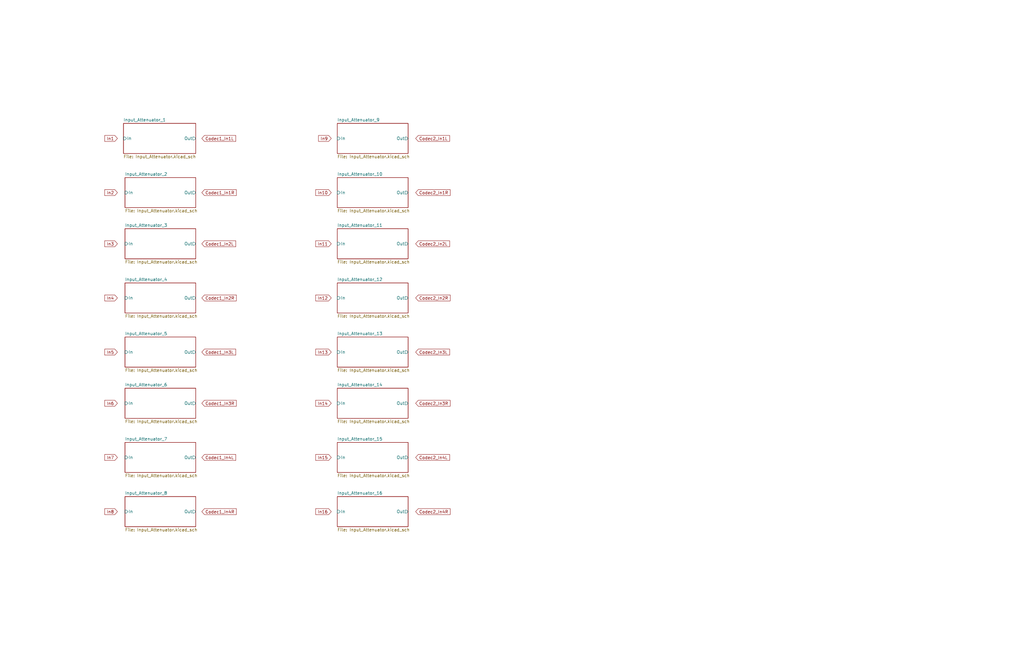
<source format=kicad_sch>
(kicad_sch
	(version 20231120)
	(generator "eeschema")
	(generator_version "8.0")
	(uuid "331c778c-80c9-4404-b1f3-29755442683d")
	(paper "USLedger")
	(title_block
		(company "Decapod Devices")
	)
	(lib_symbols)
	(global_label "Codec2_In2L"
		(shape input)
		(at 175.26 102.87 0)
		(fields_autoplaced yes)
		(effects
			(font
				(size 1.27 1.27)
			)
			(justify left)
		)
		(uuid "0a9b2ae6-a10a-4588-8688-5a664050688c")
		(property "Intersheetrefs" "${INTERSHEET_REFS}"
			(at 190.1589 102.87 0)
			(effects
				(font
					(size 1.27 1.27)
				)
				(justify left)
				(hide yes)
			)
		)
	)
	(global_label "In2"
		(shape input)
		(at 49.53 81.28 180)
		(fields_autoplaced yes)
		(effects
			(font
				(size 1.27 1.27)
			)
			(justify right)
		)
		(uuid "23ba264f-c5d8-4289-9beb-3bb0c27229b5")
		(property "Intersheetrefs" "${INTERSHEET_REFS}"
			(at 43.5815 81.28 0)
			(effects
				(font
					(size 1.27 1.27)
				)
				(justify right)
				(hide yes)
			)
		)
	)
	(global_label "Codec1_In3L"
		(shape input)
		(at 85.09 148.59 0)
		(fields_autoplaced yes)
		(effects
			(font
				(size 1.27 1.27)
			)
			(justify left)
		)
		(uuid "2794201d-a64a-46da-a11e-f4d12d3a43a4")
		(property "Intersheetrefs" "${INTERSHEET_REFS}"
			(at 99.9889 148.59 0)
			(effects
				(font
					(size 1.27 1.27)
				)
				(justify left)
				(hide yes)
			)
		)
	)
	(global_label "Codec1_In2R"
		(shape input)
		(at 85.09 125.73 0)
		(fields_autoplaced yes)
		(effects
			(font
				(size 1.27 1.27)
			)
			(justify left)
		)
		(uuid "3171c89d-e483-41f1-9f6f-e3db634591b0")
		(property "Intersheetrefs" "${INTERSHEET_REFS}"
			(at 100.2308 125.73 0)
			(effects
				(font
					(size 1.27 1.27)
				)
				(justify left)
				(hide yes)
			)
		)
	)
	(global_label "Codec1_In1L"
		(shape input)
		(at 85.09 58.42 0)
		(fields_autoplaced yes)
		(effects
			(font
				(size 1.27 1.27)
			)
			(justify left)
		)
		(uuid "383a6c57-7650-41d9-82ad-acd559667a70")
		(property "Intersheetrefs" "${INTERSHEET_REFS}"
			(at 99.9889 58.42 0)
			(effects
				(font
					(size 1.27 1.27)
				)
				(justify left)
				(hide yes)
			)
		)
	)
	(global_label "In11"
		(shape input)
		(at 139.7 102.87 180)
		(fields_autoplaced yes)
		(effects
			(font
				(size 1.27 1.27)
			)
			(justify right)
		)
		(uuid "42ca1514-3db4-4f9b-99c2-1a96cac48eaf")
		(property "Intersheetrefs" "${INTERSHEET_REFS}"
			(at 132.542 102.87 0)
			(effects
				(font
					(size 1.27 1.27)
				)
				(justify right)
				(hide yes)
			)
		)
	)
	(global_label "Codec2_In3L"
		(shape input)
		(at 175.26 148.59 0)
		(fields_autoplaced yes)
		(effects
			(font
				(size 1.27 1.27)
			)
			(justify left)
		)
		(uuid "6fe5a4cc-8f27-4a5d-abb7-93a2fe2cdf96")
		(property "Intersheetrefs" "${INTERSHEET_REFS}"
			(at 190.1589 148.59 0)
			(effects
				(font
					(size 1.27 1.27)
				)
				(justify left)
				(hide yes)
			)
		)
	)
	(global_label "In3"
		(shape input)
		(at 49.53 102.87 180)
		(fields_autoplaced yes)
		(effects
			(font
				(size 1.27 1.27)
			)
			(justify right)
		)
		(uuid "6fe790a3-cf72-40b2-9b10-3cd6229dace2")
		(property "Intersheetrefs" "${INTERSHEET_REFS}"
			(at 43.5815 102.87 0)
			(effects
				(font
					(size 1.27 1.27)
				)
				(justify right)
				(hide yes)
			)
		)
	)
	(global_label "In10"
		(shape input)
		(at 139.7 81.28 180)
		(fields_autoplaced yes)
		(effects
			(font
				(size 1.27 1.27)
			)
			(justify right)
		)
		(uuid "741df3dc-0b9f-438d-ade2-9a960d58733c")
		(property "Intersheetrefs" "${INTERSHEET_REFS}"
			(at 132.542 81.28 0)
			(effects
				(font
					(size 1.27 1.27)
				)
				(justify right)
				(hide yes)
			)
		)
	)
	(global_label "In5"
		(shape input)
		(at 49.53 148.59 180)
		(fields_autoplaced yes)
		(effects
			(font
				(size 1.27 1.27)
			)
			(justify right)
		)
		(uuid "783e699d-fa6f-46d0-aea8-db6702a0856c")
		(property "Intersheetrefs" "${INTERSHEET_REFS}"
			(at 43.5815 148.59 0)
			(effects
				(font
					(size 1.27 1.27)
				)
				(justify right)
				(hide yes)
			)
		)
	)
	(global_label "Codec2_In3R"
		(shape input)
		(at 175.26 170.18 0)
		(fields_autoplaced yes)
		(effects
			(font
				(size 1.27 1.27)
			)
			(justify left)
		)
		(uuid "7ad7c785-7da8-44b9-8b4b-bf7553976fcf")
		(property "Intersheetrefs" "${INTERSHEET_REFS}"
			(at 190.4008 170.18 0)
			(effects
				(font
					(size 1.27 1.27)
				)
				(justify left)
				(hide yes)
			)
		)
	)
	(global_label "In7"
		(shape input)
		(at 49.53 193.04 180)
		(fields_autoplaced yes)
		(effects
			(font
				(size 1.27 1.27)
			)
			(justify right)
		)
		(uuid "8160816e-f31e-4754-8fbc-dfb0e0b2783d")
		(property "Intersheetrefs" "${INTERSHEET_REFS}"
			(at 43.5815 193.04 0)
			(effects
				(font
					(size 1.27 1.27)
				)
				(justify right)
				(hide yes)
			)
		)
	)
	(global_label "In15"
		(shape input)
		(at 139.7 193.04 180)
		(fields_autoplaced yes)
		(effects
			(font
				(size 1.27 1.27)
			)
			(justify right)
		)
		(uuid "917da239-fa55-4a7f-a1aa-a0952a557fb3")
		(property "Intersheetrefs" "${INTERSHEET_REFS}"
			(at 132.542 193.04 0)
			(effects
				(font
					(size 1.27 1.27)
				)
				(justify right)
				(hide yes)
			)
		)
	)
	(global_label "Codec1_In4L"
		(shape input)
		(at 85.09 193.04 0)
		(fields_autoplaced yes)
		(effects
			(font
				(size 1.27 1.27)
			)
			(justify left)
		)
		(uuid "9750aa90-37c4-41d9-9839-88333337ad59")
		(property "Intersheetrefs" "${INTERSHEET_REFS}"
			(at 99.9889 193.04 0)
			(effects
				(font
					(size 1.27 1.27)
				)
				(justify left)
				(hide yes)
			)
		)
	)
	(global_label "Codec1_In4R"
		(shape input)
		(at 85.09 215.9 0)
		(fields_autoplaced yes)
		(effects
			(font
				(size 1.27 1.27)
			)
			(justify left)
		)
		(uuid "98044915-794f-4fed-8e8c-918d294028bf")
		(property "Intersheetrefs" "${INTERSHEET_REFS}"
			(at 100.2308 215.9 0)
			(effects
				(font
					(size 1.27 1.27)
				)
				(justify left)
				(hide yes)
			)
		)
	)
	(global_label "In14"
		(shape input)
		(at 139.7 170.18 180)
		(fields_autoplaced yes)
		(effects
			(font
				(size 1.27 1.27)
			)
			(justify right)
		)
		(uuid "a0294b5b-1f36-45f1-87dd-dbc49d9cc418")
		(property "Intersheetrefs" "${INTERSHEET_REFS}"
			(at 132.542 170.18 0)
			(effects
				(font
					(size 1.27 1.27)
				)
				(justify right)
				(hide yes)
			)
		)
	)
	(global_label "In12"
		(shape input)
		(at 139.7 125.73 180)
		(fields_autoplaced yes)
		(effects
			(font
				(size 1.27 1.27)
			)
			(justify right)
		)
		(uuid "b0bbb25a-2462-47cf-b0f9-c56490197ec9")
		(property "Intersheetrefs" "${INTERSHEET_REFS}"
			(at 132.542 125.73 0)
			(effects
				(font
					(size 1.27 1.27)
				)
				(justify right)
				(hide yes)
			)
		)
	)
	(global_label "In4"
		(shape input)
		(at 49.53 125.73 180)
		(fields_autoplaced yes)
		(effects
			(font
				(size 1.27 1.27)
			)
			(justify right)
		)
		(uuid "b179ee91-057e-4ed6-817a-bb504c3ed389")
		(property "Intersheetrefs" "${INTERSHEET_REFS}"
			(at 43.5815 125.73 0)
			(effects
				(font
					(size 1.27 1.27)
				)
				(justify right)
				(hide yes)
			)
		)
	)
	(global_label "In9"
		(shape input)
		(at 139.7 58.42 180)
		(fields_autoplaced yes)
		(effects
			(font
				(size 1.27 1.27)
			)
			(justify right)
		)
		(uuid "b4291071-778b-4716-b01b-baad32a5f4d1")
		(property "Intersheetrefs" "${INTERSHEET_REFS}"
			(at 133.7515 58.42 0)
			(effects
				(font
					(size 1.27 1.27)
				)
				(justify right)
				(hide yes)
			)
		)
	)
	(global_label "Codec1_In1R"
		(shape input)
		(at 85.09 81.28 0)
		(fields_autoplaced yes)
		(effects
			(font
				(size 1.27 1.27)
			)
			(justify left)
		)
		(uuid "b5c2002a-2873-4727-881d-008d4e012d90")
		(property "Intersheetrefs" "${INTERSHEET_REFS}"
			(at 100.2308 81.28 0)
			(effects
				(font
					(size 1.27 1.27)
				)
				(justify left)
				(hide yes)
			)
		)
	)
	(global_label "In1"
		(shape input)
		(at 49.53 58.42 180)
		(fields_autoplaced yes)
		(effects
			(font
				(size 1.27 1.27)
			)
			(justify right)
		)
		(uuid "bd8787ad-6854-4415-a608-4d9f9d397d38")
		(property "Intersheetrefs" "${INTERSHEET_REFS}"
			(at 43.5815 58.42 0)
			(effects
				(font
					(size 1.27 1.27)
				)
				(justify right)
				(hide yes)
			)
		)
	)
	(global_label "Codec1_In3R"
		(shape input)
		(at 85.09 170.18 0)
		(fields_autoplaced yes)
		(effects
			(font
				(size 1.27 1.27)
			)
			(justify left)
		)
		(uuid "c29dc6de-fa18-45ef-b545-e84904f70254")
		(property "Intersheetrefs" "${INTERSHEET_REFS}"
			(at 100.2308 170.18 0)
			(effects
				(font
					(size 1.27 1.27)
				)
				(justify left)
				(hide yes)
			)
		)
	)
	(global_label "Codec2_In1R"
		(shape input)
		(at 175.26 81.28 0)
		(fields_autoplaced yes)
		(effects
			(font
				(size 1.27 1.27)
			)
			(justify left)
		)
		(uuid "c37d56e5-3b60-42ea-acfb-657bf69f4f31")
		(property "Intersheetrefs" "${INTERSHEET_REFS}"
			(at 190.4008 81.28 0)
			(effects
				(font
					(size 1.27 1.27)
				)
				(justify left)
				(hide yes)
			)
		)
	)
	(global_label "Codec2_In4L"
		(shape input)
		(at 175.26 193.04 0)
		(fields_autoplaced yes)
		(effects
			(font
				(size 1.27 1.27)
			)
			(justify left)
		)
		(uuid "cf2f97dd-6756-4241-b13d-1261dd4edad3")
		(property "Intersheetrefs" "${INTERSHEET_REFS}"
			(at 190.1589 193.04 0)
			(effects
				(font
					(size 1.27 1.27)
				)
				(justify left)
				(hide yes)
			)
		)
	)
	(global_label "In13"
		(shape input)
		(at 139.7 148.59 180)
		(fields_autoplaced yes)
		(effects
			(font
				(size 1.27 1.27)
			)
			(justify right)
		)
		(uuid "d21c7362-4004-4558-ac68-5cbb8ec0dc91")
		(property "Intersheetrefs" "${INTERSHEET_REFS}"
			(at 132.542 148.59 0)
			(effects
				(font
					(size 1.27 1.27)
				)
				(justify right)
				(hide yes)
			)
		)
	)
	(global_label "Codec2_In2R"
		(shape input)
		(at 175.26 125.73 0)
		(fields_autoplaced yes)
		(effects
			(font
				(size 1.27 1.27)
			)
			(justify left)
		)
		(uuid "d2bbea7b-6602-4aef-b06d-0337e86398f4")
		(property "Intersheetrefs" "${INTERSHEET_REFS}"
			(at 190.4008 125.73 0)
			(effects
				(font
					(size 1.27 1.27)
				)
				(justify left)
				(hide yes)
			)
		)
	)
	(global_label "Codec2_In1L"
		(shape input)
		(at 175.26 58.42 0)
		(fields_autoplaced yes)
		(effects
			(font
				(size 1.27 1.27)
			)
			(justify left)
		)
		(uuid "d458c98a-e53e-434a-9b72-87266f6231ff")
		(property "Intersheetrefs" "${INTERSHEET_REFS}"
			(at 190.1589 58.42 0)
			(effects
				(font
					(size 1.27 1.27)
				)
				(justify left)
				(hide yes)
			)
		)
	)
	(global_label "Codec1_In2L"
		(shape input)
		(at 85.09 102.87 0)
		(fields_autoplaced yes)
		(effects
			(font
				(size 1.27 1.27)
			)
			(justify left)
		)
		(uuid "dd4c0c6b-7012-441a-ac0b-b2d5a2047902")
		(property "Intersheetrefs" "${INTERSHEET_REFS}"
			(at 99.9889 102.87 0)
			(effects
				(font
					(size 1.27 1.27)
				)
				(justify left)
				(hide yes)
			)
		)
	)
	(global_label "Codec2_In4R"
		(shape input)
		(at 175.26 215.9 0)
		(fields_autoplaced yes)
		(effects
			(font
				(size 1.27 1.27)
			)
			(justify left)
		)
		(uuid "ddb4bdef-fb06-4e07-8b57-534f8264a3e8")
		(property "Intersheetrefs" "${INTERSHEET_REFS}"
			(at 190.4008 215.9 0)
			(effects
				(font
					(size 1.27 1.27)
				)
				(justify left)
				(hide yes)
			)
		)
	)
	(global_label "In16"
		(shape input)
		(at 139.7 215.9 180)
		(fields_autoplaced yes)
		(effects
			(font
				(size 1.27 1.27)
			)
			(justify right)
		)
		(uuid "ef2ec2c0-b95a-4b83-9d89-6f55de3956e5")
		(property "Intersheetrefs" "${INTERSHEET_REFS}"
			(at 132.542 215.9 0)
			(effects
				(font
					(size 1.27 1.27)
				)
				(justify right)
				(hide yes)
			)
		)
	)
	(global_label "In6"
		(shape input)
		(at 49.53 170.18 180)
		(fields_autoplaced yes)
		(effects
			(font
				(size 1.27 1.27)
			)
			(justify right)
		)
		(uuid "f3d78513-81cc-44b8-a5dc-65250a8825ea")
		(property "Intersheetrefs" "${INTERSHEET_REFS}"
			(at 43.5815 170.18 0)
			(effects
				(font
					(size 1.27 1.27)
				)
				(justify right)
				(hide yes)
			)
		)
	)
	(global_label "In8"
		(shape input)
		(at 49.53 215.9 180)
		(fields_autoplaced yes)
		(effects
			(font
				(size 1.27 1.27)
			)
			(justify right)
		)
		(uuid "fa817b73-5a84-4a43-8c06-5da226bade09")
		(property "Intersheetrefs" "${INTERSHEET_REFS}"
			(at 43.5815 215.9 0)
			(effects
				(font
					(size 1.27 1.27)
				)
				(justify right)
				(hide yes)
			)
		)
	)
	(sheet
		(at 52.705 186.69)
		(size 29.845 12.7)
		(fields_autoplaced yes)
		(stroke
			(width 0.1524)
			(type solid)
		)
		(fill
			(color 0 0 0 0.0000)
		)
		(uuid "07e0173a-a5fb-433c-8de0-d1c7c5e3805d")
		(property "Sheetname" "Input_Attenuator_7"
			(at 52.705 185.9784 0)
			(effects
				(font
					(size 1.27 1.27)
				)
				(justify left bottom)
			)
		)
		(property "Sheetfile" "Input_Attenuator.kicad_sch"
			(at 52.705 199.9746 0)
			(effects
				(font
					(size 1.27 1.27)
				)
				(justify left top)
			)
		)
		(pin "In" input
			(at 52.705 193.04 180)
			(effects
				(font
					(size 1.27 1.27)
				)
				(justify left)
			)
			(uuid "ff3b2242-d790-4dd2-959c-262cda9d027e")
		)
		(pin "Out" output
			(at 82.55 193.04 0)
			(effects
				(font
					(size 1.27 1.27)
				)
				(justify right)
			)
			(uuid "47f57f4c-63ec-47ff-b6cc-f431d9cadef3")
		)
		(instances
			(project "Loom_AK4619"
				(path "/3ac54b92-3728-49be-9412-cc6fd82c635a/3a3df789-fd30-40b0-ba03-bd98346ceecd"
					(page "9")
				)
			)
		)
	)
	(sheet
		(at 142.24 119.38)
		(size 29.845 12.7)
		(fields_autoplaced yes)
		(stroke
			(width 0.1524)
			(type solid)
		)
		(fill
			(color 0 0 0 0.0000)
		)
		(uuid "1af35123-7a68-4c05-a206-f987756d9476")
		(property "Sheetname" "Input_Attenuator_12"
			(at 142.24 118.6684 0)
			(effects
				(font
					(size 1.27 1.27)
				)
				(justify left bottom)
			)
		)
		(property "Sheetfile" "Input_Attenuator.kicad_sch"
			(at 142.24 132.6646 0)
			(effects
				(font
					(size 1.27 1.27)
				)
				(justify left top)
			)
		)
		(pin "In" input
			(at 142.24 125.73 180)
			(effects
				(font
					(size 1.27 1.27)
				)
				(justify left)
			)
			(uuid "9c80ef6d-36dc-49c2-a68e-1b0449a39c19")
		)
		(pin "Out" output
			(at 172.085 125.73 0)
			(effects
				(font
					(size 1.27 1.27)
				)
				(justify right)
			)
			(uuid "71e00f4d-f084-4a52-a571-5f4eeda75ae9")
		)
		(instances
			(project "Loom_AK4619"
				(path "/3ac54b92-3728-49be-9412-cc6fd82c635a/3a3df789-fd30-40b0-ba03-bd98346ceecd"
					(page "14")
				)
			)
		)
	)
	(sheet
		(at 142.24 186.69)
		(size 29.845 12.7)
		(fields_autoplaced yes)
		(stroke
			(width 0.1524)
			(type solid)
		)
		(fill
			(color 0 0 0 0.0000)
		)
		(uuid "1d28cdf2-c425-490d-9e89-4292257c3c38")
		(property "Sheetname" "Input_Attenuator_15"
			(at 142.24 185.9784 0)
			(effects
				(font
					(size 1.27 1.27)
				)
				(justify left bottom)
			)
		)
		(property "Sheetfile" "Input_Attenuator.kicad_sch"
			(at 142.24 199.9746 0)
			(effects
				(font
					(size 1.27 1.27)
				)
				(justify left top)
			)
		)
		(pin "In" input
			(at 142.24 193.04 180)
			(effects
				(font
					(size 1.27 1.27)
				)
				(justify left)
			)
			(uuid "5ce60a05-8504-4b2f-b8fd-7658defd34f7")
		)
		(pin "Out" output
			(at 172.085 193.04 0)
			(effects
				(font
					(size 1.27 1.27)
				)
				(justify right)
			)
			(uuid "0d34513d-82bc-4936-8ac8-d20eec2dcff6")
		)
		(instances
			(project "Loom_AK4619"
				(path "/3ac54b92-3728-49be-9412-cc6fd82c635a/3a3df789-fd30-40b0-ba03-bd98346ceecd"
					(page "17")
				)
			)
		)
	)
	(sheet
		(at 52.705 142.24)
		(size 29.845 12.7)
		(fields_autoplaced yes)
		(stroke
			(width 0.1524)
			(type solid)
		)
		(fill
			(color 0 0 0 0.0000)
		)
		(uuid "30e96c31-384a-457f-9c91-1d7bf222586a")
		(property "Sheetname" "Input_Attenuator_5"
			(at 52.705 141.5284 0)
			(effects
				(font
					(size 1.27 1.27)
				)
				(justify left bottom)
			)
		)
		(property "Sheetfile" "Input_Attenuator.kicad_sch"
			(at 52.705 155.5246 0)
			(effects
				(font
					(size 1.27 1.27)
				)
				(justify left top)
			)
		)
		(pin "In" input
			(at 52.705 148.59 180)
			(effects
				(font
					(size 1.27 1.27)
				)
				(justify left)
			)
			(uuid "2624228d-7b64-4cc5-986d-e6d6455361fc")
		)
		(pin "Out" output
			(at 82.55 148.59 0)
			(effects
				(font
					(size 1.27 1.27)
				)
				(justify right)
			)
			(uuid "69cbe126-b9c3-4fd1-ab86-5d7ea70d3256")
		)
		(instances
			(project "Loom_AK4619"
				(path "/3ac54b92-3728-49be-9412-cc6fd82c635a/3a3df789-fd30-40b0-ba03-bd98346ceecd"
					(page "7")
				)
			)
		)
	)
	(sheet
		(at 52.705 163.83)
		(size 29.845 12.7)
		(fields_autoplaced yes)
		(stroke
			(width 0.1524)
			(type solid)
		)
		(fill
			(color 0 0 0 0.0000)
		)
		(uuid "362a3f01-20b8-4fdc-b695-78c7d91d8be6")
		(property "Sheetname" "Input_Attenuator_6"
			(at 52.705 163.1184 0)
			(effects
				(font
					(size 1.27 1.27)
				)
				(justify left bottom)
			)
		)
		(property "Sheetfile" "Input_Attenuator.kicad_sch"
			(at 52.705 177.1146 0)
			(effects
				(font
					(size 1.27 1.27)
				)
				(justify left top)
			)
		)
		(pin "In" input
			(at 52.705 170.18 180)
			(effects
				(font
					(size 1.27 1.27)
				)
				(justify left)
			)
			(uuid "b2acec02-c6ae-4202-be85-9cb7db2a34f7")
		)
		(pin "Out" output
			(at 82.55 170.18 0)
			(effects
				(font
					(size 1.27 1.27)
				)
				(justify right)
			)
			(uuid "552e16eb-acb7-49cf-b50a-8b8e46a24e3d")
		)
		(instances
			(project "Loom_AK4619"
				(path "/3ac54b92-3728-49be-9412-cc6fd82c635a/3a3df789-fd30-40b0-ba03-bd98346ceecd"
					(page "8")
				)
			)
		)
	)
	(sheet
		(at 142.24 52.07)
		(size 29.845 12.7)
		(fields_autoplaced yes)
		(stroke
			(width 0.1524)
			(type solid)
		)
		(fill
			(color 0 0 0 0.0000)
		)
		(uuid "3e74ca94-ff62-4223-86c2-eefbb46c2309")
		(property "Sheetname" "Input_Attenuator_9"
			(at 142.24 51.3584 0)
			(effects
				(font
					(size 1.27 1.27)
				)
				(justify left bottom)
			)
		)
		(property "Sheetfile" "Input_Attenuator.kicad_sch"
			(at 142.24 65.3546 0)
			(effects
				(font
					(size 1.27 1.27)
				)
				(justify left top)
			)
		)
		(pin "In" input
			(at 142.24 58.42 180)
			(effects
				(font
					(size 1.27 1.27)
				)
				(justify left)
			)
			(uuid "b6f38875-c054-4f0f-80b9-8ae80bcea9d1")
		)
		(pin "Out" output
			(at 172.085 58.42 0)
			(effects
				(font
					(size 1.27 1.27)
				)
				(justify right)
			)
			(uuid "2314ac09-3ce8-4402-8a2b-f516a175a919")
		)
		(instances
			(project "Loom_AK4619"
				(path "/3ac54b92-3728-49be-9412-cc6fd82c635a/3a3df789-fd30-40b0-ba03-bd98346ceecd"
					(page "11")
				)
			)
		)
	)
	(sheet
		(at 142.24 163.83)
		(size 29.845 12.7)
		(fields_autoplaced yes)
		(stroke
			(width 0.1524)
			(type solid)
		)
		(fill
			(color 0 0 0 0.0000)
		)
		(uuid "6c717dd2-e6c5-41a7-aade-6e69502204ea")
		(property "Sheetname" "Input_Attenuator_14"
			(at 142.24 163.1184 0)
			(effects
				(font
					(size 1.27 1.27)
				)
				(justify left bottom)
			)
		)
		(property "Sheetfile" "Input_Attenuator.kicad_sch"
			(at 142.24 177.1146 0)
			(effects
				(font
					(size 1.27 1.27)
				)
				(justify left top)
			)
		)
		(pin "In" input
			(at 142.24 170.18 180)
			(effects
				(font
					(size 1.27 1.27)
				)
				(justify left)
			)
			(uuid "6c149480-f24c-4d87-a68e-f9b4d8080314")
		)
		(pin "Out" output
			(at 172.085 170.18 0)
			(effects
				(font
					(size 1.27 1.27)
				)
				(justify right)
			)
			(uuid "d7b42d8e-6f5f-42f1-9e34-c442d26d1f3d")
		)
		(instances
			(project "Loom_AK4619"
				(path "/3ac54b92-3728-49be-9412-cc6fd82c635a/3a3df789-fd30-40b0-ba03-bd98346ceecd"
					(page "16")
				)
			)
		)
	)
	(sheet
		(at 142.24 96.52)
		(size 29.845 12.7)
		(fields_autoplaced yes)
		(stroke
			(width 0.1524)
			(type solid)
		)
		(fill
			(color 0 0 0 0.0000)
		)
		(uuid "6d594835-201c-4493-9482-8c590bd6d219")
		(property "Sheetname" "Input_Attenuator_11"
			(at 142.24 95.8084 0)
			(effects
				(font
					(size 1.27 1.27)
				)
				(justify left bottom)
			)
		)
		(property "Sheetfile" "Input_Attenuator.kicad_sch"
			(at 142.24 109.8046 0)
			(effects
				(font
					(size 1.27 1.27)
				)
				(justify left top)
			)
		)
		(pin "In" input
			(at 142.24 102.87 180)
			(effects
				(font
					(size 1.27 1.27)
				)
				(justify left)
			)
			(uuid "e970d6ac-26ee-45bf-847d-13676e4a5b70")
		)
		(pin "Out" output
			(at 172.085 102.87 0)
			(effects
				(font
					(size 1.27 1.27)
				)
				(justify right)
			)
			(uuid "78a31e39-8484-45a2-be55-9c21eb95937f")
		)
		(instances
			(project "Loom_AK4619"
				(path "/3ac54b92-3728-49be-9412-cc6fd82c635a/3a3df789-fd30-40b0-ba03-bd98346ceecd"
					(page "13")
				)
			)
		)
	)
	(sheet
		(at 142.24 209.55)
		(size 29.845 12.7)
		(fields_autoplaced yes)
		(stroke
			(width 0.1524)
			(type solid)
		)
		(fill
			(color 0 0 0 0.0000)
		)
		(uuid "6d60ab7e-d3ab-4d58-bf7b-ff0ea9d70561")
		(property "Sheetname" "Input_Attenuator_16"
			(at 142.24 208.8384 0)
			(effects
				(font
					(size 1.27 1.27)
				)
				(justify left bottom)
			)
		)
		(property "Sheetfile" "Input_Attenuator.kicad_sch"
			(at 142.24 222.8346 0)
			(effects
				(font
					(size 1.27 1.27)
				)
				(justify left top)
			)
		)
		(pin "In" input
			(at 142.24 215.9 180)
			(effects
				(font
					(size 1.27 1.27)
				)
				(justify left)
			)
			(uuid "c87b46d5-0eca-44fa-a8bc-bbde1687e13f")
		)
		(pin "Out" output
			(at 172.085 215.9 0)
			(effects
				(font
					(size 1.27 1.27)
				)
				(justify right)
			)
			(uuid "d68f3ca9-1758-4d72-8bb0-3d9589bf117d")
		)
		(instances
			(project "Loom_AK4619"
				(path "/3ac54b92-3728-49be-9412-cc6fd82c635a/3a3df789-fd30-40b0-ba03-bd98346ceecd"
					(page "18")
				)
			)
		)
	)
	(sheet
		(at 142.24 142.24)
		(size 29.845 12.7)
		(fields_autoplaced yes)
		(stroke
			(width 0.1524)
			(type solid)
		)
		(fill
			(color 0 0 0 0.0000)
		)
		(uuid "9170b33b-164d-4ee9-9dd3-2711ae3b9f3b")
		(property "Sheetname" "Input_Attenuator_13"
			(at 142.24 141.5284 0)
			(effects
				(font
					(size 1.27 1.27)
				)
				(justify left bottom)
			)
		)
		(property "Sheetfile" "Input_Attenuator.kicad_sch"
			(at 142.24 155.5246 0)
			(effects
				(font
					(size 1.27 1.27)
				)
				(justify left top)
			)
		)
		(pin "In" input
			(at 142.24 148.59 180)
			(effects
				(font
					(size 1.27 1.27)
				)
				(justify left)
			)
			(uuid "d1cb3244-cc4b-40a5-93ef-ba21a56d33e9")
		)
		(pin "Out" output
			(at 172.085 148.59 0)
			(effects
				(font
					(size 1.27 1.27)
				)
				(justify right)
			)
			(uuid "353cd0c1-9b93-4f77-9a01-2c35ca3e2da3")
		)
		(instances
			(project "Loom_AK4619"
				(path "/3ac54b92-3728-49be-9412-cc6fd82c635a/3a3df789-fd30-40b0-ba03-bd98346ceecd"
					(page "15")
				)
			)
		)
	)
	(sheet
		(at 52.705 74.93)
		(size 29.845 12.7)
		(fields_autoplaced yes)
		(stroke
			(width 0.1524)
			(type solid)
		)
		(fill
			(color 0 0 0 0.0000)
		)
		(uuid "9643f289-4dd9-49d7-ad0b-82ab7b7c6d55")
		(property "Sheetname" "Input_Attenuator_2"
			(at 52.705 74.2184 0)
			(effects
				(font
					(size 1.27 1.27)
				)
				(justify left bottom)
			)
		)
		(property "Sheetfile" "Input_Attenuator.kicad_sch"
			(at 52.705 88.2146 0)
			(effects
				(font
					(size 1.27 1.27)
				)
				(justify left top)
			)
		)
		(pin "In" input
			(at 52.705 81.28 180)
			(effects
				(font
					(size 1.27 1.27)
				)
				(justify left)
			)
			(uuid "6f36ca59-369c-4334-95e1-6bc53dfdefb2")
		)
		(pin "Out" output
			(at 82.55 81.28 0)
			(effects
				(font
					(size 1.27 1.27)
				)
				(justify right)
			)
			(uuid "eba3cbb2-9252-411c-8b92-9c709e2e34be")
		)
		(instances
			(project "Loom_AK4619"
				(path "/3ac54b92-3728-49be-9412-cc6fd82c635a/3a3df789-fd30-40b0-ba03-bd98346ceecd"
					(page "4")
				)
			)
		)
	)
	(sheet
		(at 52.705 96.52)
		(size 29.845 12.7)
		(fields_autoplaced yes)
		(stroke
			(width 0.1524)
			(type solid)
		)
		(fill
			(color 0 0 0 0.0000)
		)
		(uuid "9994fe48-9646-465e-a58a-318529bd507a")
		(property "Sheetname" "Input_Attenuator_3"
			(at 52.705 95.8084 0)
			(effects
				(font
					(size 1.27 1.27)
				)
				(justify left bottom)
			)
		)
		(property "Sheetfile" "Input_Attenuator.kicad_sch"
			(at 52.705 109.8046 0)
			(effects
				(font
					(size 1.27 1.27)
				)
				(justify left top)
			)
		)
		(pin "In" input
			(at 52.705 102.87 180)
			(effects
				(font
					(size 1.27 1.27)
				)
				(justify left)
			)
			(uuid "7ba8ee3e-e14d-4a7a-b9e6-bc574f2ed973")
		)
		(pin "Out" output
			(at 82.55 102.87 0)
			(effects
				(font
					(size 1.27 1.27)
				)
				(justify right)
			)
			(uuid "5f6c6bd4-21b0-400f-92ab-c6e39c09eff2")
		)
		(instances
			(project "Loom_AK4619"
				(path "/3ac54b92-3728-49be-9412-cc6fd82c635a/3a3df789-fd30-40b0-ba03-bd98346ceecd"
					(page "5")
				)
			)
		)
	)
	(sheet
		(at 52.705 209.55)
		(size 29.845 12.7)
		(fields_autoplaced yes)
		(stroke
			(width 0.1524)
			(type solid)
		)
		(fill
			(color 0 0 0 0.0000)
		)
		(uuid "b1b55676-796f-4dd3-adff-c69de432be17")
		(property "Sheetname" "Input_Attenuator_8"
			(at 52.705 208.8384 0)
			(effects
				(font
					(size 1.27 1.27)
				)
				(justify left bottom)
			)
		)
		(property "Sheetfile" "Input_Attenuator.kicad_sch"
			(at 52.705 222.8346 0)
			(effects
				(font
					(size 1.27 1.27)
				)
				(justify left top)
			)
		)
		(pin "In" input
			(at 52.705 215.9 180)
			(effects
				(font
					(size 1.27 1.27)
				)
				(justify left)
			)
			(uuid "28ad74bd-07bc-426c-8940-ac69535c7947")
		)
		(pin "Out" output
			(at 82.55 215.9 0)
			(effects
				(font
					(size 1.27 1.27)
				)
				(justify right)
			)
			(uuid "b99cc707-532f-4282-afe9-9ff38c51360f")
		)
		(instances
			(project "Loom_AK4619"
				(path "/3ac54b92-3728-49be-9412-cc6fd82c635a/3a3df789-fd30-40b0-ba03-bd98346ceecd"
					(page "10")
				)
			)
		)
	)
	(sheet
		(at 52.705 119.38)
		(size 29.845 12.7)
		(fields_autoplaced yes)
		(stroke
			(width 0.1524)
			(type solid)
		)
		(fill
			(color 0 0 0 0.0000)
		)
		(uuid "ba7faf77-57cf-4dd9-8b19-c3f5f4407ffa")
		(property "Sheetname" "Input_Attenuator_4"
			(at 52.705 118.6684 0)
			(effects
				(font
					(size 1.27 1.27)
				)
				(justify left bottom)
			)
		)
		(property "Sheetfile" "Input_Attenuator.kicad_sch"
			(at 52.705 132.6646 0)
			(effects
				(font
					(size 1.27 1.27)
				)
				(justify left top)
			)
		)
		(pin "In" input
			(at 52.705 125.73 180)
			(effects
				(font
					(size 1.27 1.27)
				)
				(justify left)
			)
			(uuid "b38971a2-47b8-4ab6-99dc-0bcf0d5309b9")
		)
		(pin "Out" output
			(at 82.55 125.73 0)
			(effects
				(font
					(size 1.27 1.27)
				)
				(justify right)
			)
			(uuid "53c718b1-d62f-4cc0-96fe-90724e77ca05")
		)
		(instances
			(project "Loom_AK4619"
				(path "/3ac54b92-3728-49be-9412-cc6fd82c635a/3a3df789-fd30-40b0-ba03-bd98346ceecd"
					(page "6")
				)
			)
		)
	)
	(sheet
		(at 142.24 74.93)
		(size 29.845 12.7)
		(fields_autoplaced yes)
		(stroke
			(width 0.1524)
			(type solid)
		)
		(fill
			(color 0 0 0 0.0000)
		)
		(uuid "d23e0a27-4faa-439d-86d2-1b3451ee6273")
		(property "Sheetname" "Input_Attenuator_10"
			(at 142.24 74.2184 0)
			(effects
				(font
					(size 1.27 1.27)
				)
				(justify left bottom)
			)
		)
		(property "Sheetfile" "Input_Attenuator.kicad_sch"
			(at 142.24 88.2146 0)
			(effects
				(font
					(size 1.27 1.27)
				)
				(justify left top)
			)
		)
		(pin "In" input
			(at 142.24 81.28 180)
			(effects
				(font
					(size 1.27 1.27)
				)
				(justify left)
			)
			(uuid "37226044-0eee-4771-8997-eb7df3384b85")
		)
		(pin "Out" output
			(at 172.085 81.28 0)
			(effects
				(font
					(size 1.27 1.27)
				)
				(justify right)
			)
			(uuid "41befbda-24b0-4cac-ad1f-e8280fc2e85f")
		)
		(instances
			(project "Loom_AK4619"
				(path "/3ac54b92-3728-49be-9412-cc6fd82c635a/3a3df789-fd30-40b0-ba03-bd98346ceecd"
					(page "12")
				)
			)
		)
	)
	(sheet
		(at 52.07 52.07)
		(size 30.48 12.7)
		(fields_autoplaced yes)
		(stroke
			(width 0.1524)
			(type solid)
		)
		(fill
			(color 0 0 0 0.0000)
		)
		(uuid "f78616cc-28e9-448f-b371-031c4e704b59")
		(property "Sheetname" "Input_Attenuator_1"
			(at 52.07 51.3584 0)
			(effects
				(font
					(size 1.27 1.27)
				)
				(justify left bottom)
			)
		)
		(property "Sheetfile" "Input_Attenuator.kicad_sch"
			(at 52.07 65.3546 0)
			(effects
				(font
					(size 1.27 1.27)
				)
				(justify left top)
			)
		)
		(pin "In" input
			(at 52.07 58.42 180)
			(effects
				(font
					(size 1.27 1.27)
				)
				(justify left)
			)
			(uuid "3db3b459-aea6-419e-b218-5cbe9c7d7128")
		)
		(pin "Out" output
			(at 82.55 58.42 0)
			(effects
				(font
					(size 1.27 1.27)
				)
				(justify right)
			)
			(uuid "68eec20c-4fed-4134-996d-228e2fad2844")
		)
		(instances
			(project "Loom_AK4619"
				(path "/3ac54b92-3728-49be-9412-cc6fd82c635a/3a3df789-fd30-40b0-ba03-bd98346ceecd"
					(page "3")
				)
			)
		)
	)
)

</source>
